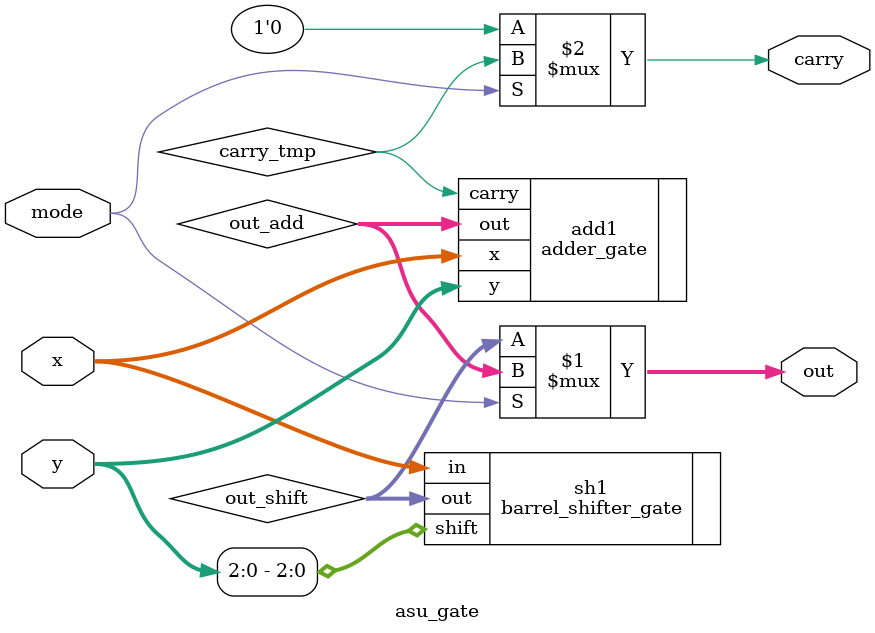
<source format=v>
module asu_gate (x, y, mode, carry, out);
input [7:0] x, y;
input mode;
output carry;
output [7:0] out;
	
/*Write your code here*/

wire carry_tmp;
wire [7:0] out_add, out_shift;

adder_gate add1 ( .out(out_add), .carry(carry_tmp),
	.x(x), .y(y) );
barrel_shifter_gate sh1 ( .out(out_shift), .in(x), .shift(y[2:0]) );

assign #2.5 out = mode? out_add : out_shift;
assign #2.5 carry = mode? carry_tmp : 1'b0;

// mux8_gate m1 ( .x(out), .a(out_shift), .b(out_add), .sel(mode) );
// and #1 a1 ( carry, carry_tmp, mode );

/*End of code*/

endmodule


/*
module mux8_gate (
input [7:0] a, b,
input sel,
output [7:0] x );

wire sel_i;
wire [7:0] wa, wb;
not #1 n0 (sel_i, sel);

genvar gi;
generate
for (gi=0; gi<8; gi=gi+1) begin
	and #1 inst_and1 (wa[gi], a[gi], sel_i);
	and #1 inst_and2 (wb[gi], b[gi], sel);
	or #1 inst_or (x[gi], wa[gi], wb[gi]);
end
endgenerate

endmodule
*/

</source>
